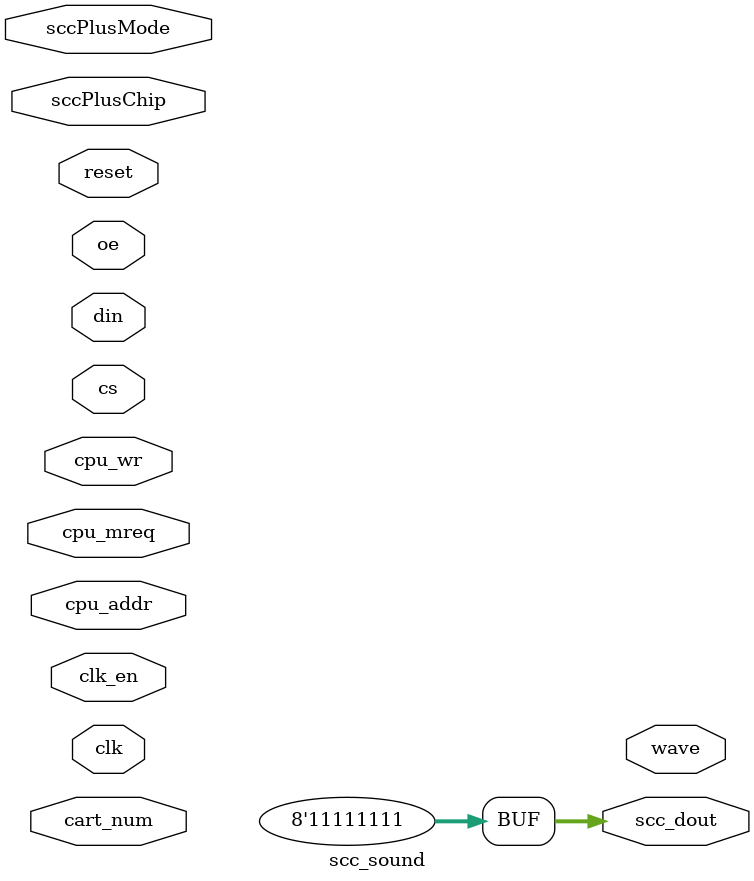
<source format=sv>
/*verilator tracing_off*/
module scc_sound
(
   input                clk,
   input                clk_en,
   input                reset,
   input                cart_num,
   input                cs,
   input          [1:0] oe,
   input                cpu_wr,
   input                cpu_mreq,
   input          [7:0] cpu_addr,
   input          [7:0] din,
   output         [7:0] scc_dout,
   output signed [15:0] wave,
   input          [1:0] sccPlusChip,
   input          [1:0] sccPlusMode
);

assign scc_dout = '1;
endmodule
</source>
